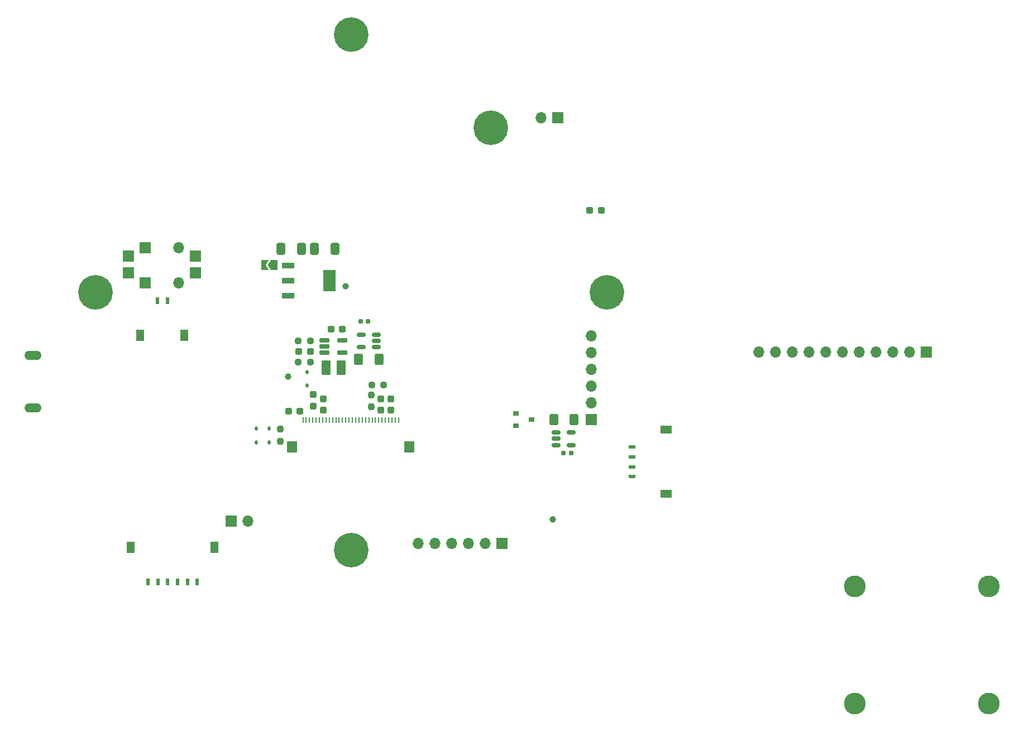
<source format=gbr>
%TF.GenerationSoftware,KiCad,Pcbnew,8.0.6-1.fc40*%
%TF.CreationDate,2024-10-27T15:38:32-04:00*%
%TF.ProjectId,payload_board,7061796c-6f61-4645-9f62-6f6172642e6b,rev?*%
%TF.SameCoordinates,Original*%
%TF.FileFunction,Soldermask,Bot*%
%TF.FilePolarity,Negative*%
%FSLAX46Y46*%
G04 Gerber Fmt 4.6, Leading zero omitted, Abs format (unit mm)*
G04 Created by KiCad (PCBNEW 8.0.6-1.fc40) date 2024-10-27 15:38:32*
%MOMM*%
%LPD*%
G01*
G04 APERTURE LIST*
G04 Aperture macros list*
%AMRoundRect*
0 Rectangle with rounded corners*
0 $1 Rounding radius*
0 $2 $3 $4 $5 $6 $7 $8 $9 X,Y pos of 4 corners*
0 Add a 4 corners polygon primitive as box body*
4,1,4,$2,$3,$4,$5,$6,$7,$8,$9,$2,$3,0*
0 Add four circle primitives for the rounded corners*
1,1,$1+$1,$2,$3*
1,1,$1+$1,$4,$5*
1,1,$1+$1,$6,$7*
1,1,$1+$1,$8,$9*
0 Add four rect primitives between the rounded corners*
20,1,$1+$1,$2,$3,$4,$5,0*
20,1,$1+$1,$4,$5,$6,$7,0*
20,1,$1+$1,$6,$7,$8,$9,0*
20,1,$1+$1,$8,$9,$2,$3,0*%
%AMFreePoly0*
4,1,6,1.000000,0.000000,0.500000,-0.750000,-0.500000,-0.750000,-0.500000,0.750000,0.500000,0.750000,1.000000,0.000000,1.000000,0.000000,$1*%
%AMFreePoly1*
4,1,6,0.500000,-0.750000,-0.650000,-0.750000,-0.150000,0.000000,-0.650000,0.750000,0.500000,0.750000,0.500000,-0.750000,0.500000,-0.750000,$1*%
G04 Aperture macros list end*
%ADD10R,1.700000X1.700000*%
%ADD11O,1.700000X1.700000*%
%ADD12C,5.250000*%
%ADD13C,3.301600*%
%ADD14O,2.568400X1.360400*%
%ADD15RoundRect,0.237500X0.237500X-0.250000X0.237500X0.250000X-0.237500X0.250000X-0.237500X-0.250000X0*%
%ADD16RoundRect,0.112500X-0.112500X0.187500X-0.112500X-0.187500X0.112500X-0.187500X0.112500X0.187500X0*%
%ADD17R,0.600000X1.000000*%
%ADD18R,1.250000X1.800000*%
%ADD19RoundRect,0.250000X-0.400000X-0.625000X0.400000X-0.625000X0.400000X0.625000X-0.400000X0.625000X0*%
%ADD20RoundRect,0.150000X-0.512500X-0.150000X0.512500X-0.150000X0.512500X0.150000X-0.512500X0.150000X0*%
%ADD21RoundRect,0.237500X-0.300000X-0.237500X0.300000X-0.237500X0.300000X0.237500X-0.300000X0.237500X0*%
%ADD22RoundRect,0.237500X0.250000X0.237500X-0.250000X0.237500X-0.250000X-0.237500X0.250000X-0.237500X0*%
%ADD23FreePoly0,180.000000*%
%ADD24FreePoly1,180.000000*%
%ADD25RoundRect,0.237500X-0.237500X0.300000X-0.237500X-0.300000X0.237500X-0.300000X0.237500X0.300000X0*%
%ADD26RoundRect,0.155000X-0.212500X-0.155000X0.212500X-0.155000X0.212500X0.155000X-0.212500X0.155000X0*%
%ADD27C,1.000000*%
%ADD28RoundRect,0.112500X0.112500X-0.187500X0.112500X0.187500X-0.112500X0.187500X-0.112500X-0.187500X0*%
%ADD29R,0.900000X0.800000*%
%ADD30RoundRect,0.250000X0.412500X0.650000X-0.412500X0.650000X-0.412500X-0.650000X0.412500X-0.650000X0*%
%ADD31R,1.524000X1.701800*%
%ADD32R,0.254000X0.812800*%
%ADD33RoundRect,0.150000X0.512500X0.150000X-0.512500X0.150000X-0.512500X-0.150000X0.512500X-0.150000X0*%
%ADD34R,1.000000X0.600000*%
%ADD35R,1.800000X1.250000*%
%ADD36RoundRect,0.237500X-0.250000X-0.237500X0.250000X-0.237500X0.250000X0.237500X-0.250000X0.237500X0*%
%ADD37RoundRect,0.237500X-0.237500X0.250000X-0.237500X-0.250000X0.237500X-0.250000X0.237500X0.250000X0*%
%ADD38R,1.850000X0.900000*%
%ADD39R,1.850000X3.200000*%
%ADD40RoundRect,0.237500X0.300000X0.237500X-0.300000X0.237500X-0.300000X-0.237500X0.300000X-0.237500X0*%
%ADD41RoundRect,0.162500X-0.617500X-0.162500X0.617500X-0.162500X0.617500X0.162500X-0.617500X0.162500X0*%
%ADD42RoundRect,0.250001X0.462499X0.849999X-0.462499X0.849999X-0.462499X-0.849999X0.462499X-0.849999X0*%
%ADD43RoundRect,0.250000X-0.412500X-0.650000X0.412500X-0.650000X0.412500X0.650000X-0.412500X0.650000X0*%
G04 APERTURE END LIST*
D10*
%TO.C,J5*%
X150170000Y-72050000D03*
D11*
X147630000Y-72050000D03*
X145090000Y-72050000D03*
X142550000Y-72050000D03*
X140010000Y-72050000D03*
X137470000Y-72050000D03*
X134930000Y-72050000D03*
X132390000Y-72050000D03*
X129850000Y-72050000D03*
X127310000Y-72050000D03*
X124770000Y-72050000D03*
%TD*%
D12*
%TO.C,*%
X101782992Y-62956243D03*
%TD*%
D13*
%TO.C,*%
X159661300Y-107620000D03*
%TD*%
D10*
%TO.C,J2*%
X99340000Y-82270000D03*
D11*
X99340000Y-79730000D03*
X99340000Y-77190000D03*
X99340000Y-74650000D03*
X99340000Y-72110000D03*
X99340000Y-69570000D03*
%TD*%
D10*
%TO.C,J15*%
X85852000Y-101092000D03*
D11*
X83312000Y-101092000D03*
X80772000Y-101092000D03*
X78232000Y-101092000D03*
X75692000Y-101092000D03*
X73152000Y-101092000D03*
%TD*%
D10*
%TO.C,J_Burn*%
X31705000Y-61540000D03*
X29165000Y-59980000D03*
X29165000Y-57440000D03*
X31705000Y-56170000D03*
D11*
X36785000Y-61540000D03*
D10*
X39325000Y-59980000D03*
X39325000Y-57440000D03*
D11*
X36785000Y-56170000D03*
%TD*%
D12*
%TO.C,*%
X84155749Y-37976859D03*
%TD*%
D10*
%TO.C,J12*%
X94275000Y-36500000D03*
D11*
X91735000Y-36500000D03*
%TD*%
D13*
%TO.C,*%
X139341300Y-107620000D03*
%TD*%
%TO.C,*%
X159661300Y-125400000D03*
%TD*%
D12*
%TO.C,*%
X24195000Y-63000000D03*
%TD*%
D10*
%TO.C,R9*%
X44750000Y-97725000D03*
D11*
X47290000Y-97725000D03*
%TD*%
D14*
%TO.C,J7*%
X14700000Y-72567500D03*
X14700000Y-80467500D03*
%TD*%
D12*
%TO.C,J2*%
X62988996Y-102081941D03*
%TD*%
D13*
%TO.C,*%
X139341300Y-125400000D03*
%TD*%
D15*
%TO.C,R19*%
X52250000Y-85575000D03*
X52250000Y-83750000D03*
%TD*%
D16*
%TO.C,D7*%
X50500000Y-83650000D03*
X50500000Y-85750000D03*
%TD*%
D17*
%TO.C,J8*%
X35095000Y-64270000D03*
X33595000Y-64270000D03*
D18*
X37700000Y-69460000D03*
X30990000Y-69460000D03*
%TD*%
D19*
%TO.C,R13*%
X64075600Y-73169796D03*
X67175600Y-73169796D03*
%TD*%
D20*
%TO.C,U4*%
X94082500Y-86142000D03*
X94082500Y-85192000D03*
X94082500Y-84242000D03*
X96357500Y-84242000D03*
X96357500Y-86142000D03*
%TD*%
D21*
%TO.C,C18*%
X99137500Y-50500000D03*
X100862500Y-50500000D03*
%TD*%
D22*
%TO.C,R18*%
X56775001Y-70350000D03*
X54950001Y-70350000D03*
%TD*%
D21*
%TO.C,C20*%
X53475000Y-81000000D03*
X55200000Y-81000000D03*
%TD*%
D19*
%TO.C,R14*%
X93670000Y-82321800D03*
X96770000Y-82321800D03*
%TD*%
D23*
%TO.C,J4*%
X51265000Y-58862500D03*
D24*
X49815000Y-58862500D03*
%TD*%
D25*
%TO.C,C23*%
X58750000Y-79137500D03*
X58750000Y-80862500D03*
%TD*%
D26*
%TO.C,C16*%
X64412500Y-67359201D03*
X65547500Y-67359201D03*
%TD*%
D27*
%TO.C,TGND3*%
X93580000Y-97440000D03*
%TD*%
D28*
%TO.C,D9*%
X56250001Y-77150000D03*
X56250001Y-75050000D03*
%TD*%
D29*
%TO.C,Q1*%
X87954000Y-83246000D03*
X87954000Y-81346000D03*
X90354000Y-82296000D03*
%TD*%
D30*
%TO.C,C13*%
X60512500Y-56372500D03*
X57387500Y-56372500D03*
%TD*%
D31*
%TO.C,U6*%
X53997300Y-86413200D03*
X71802700Y-86413200D03*
D32*
X70150001Y-82400000D03*
X69650002Y-82400000D03*
X69150000Y-82400000D03*
X68650001Y-82400000D03*
X68150000Y-82400000D03*
X67650001Y-82400000D03*
X67150002Y-82400000D03*
X66650000Y-82400000D03*
X66150001Y-82400000D03*
X65650000Y-82400000D03*
X65150001Y-82400000D03*
X64650002Y-82400000D03*
X64150000Y-82400000D03*
X63650001Y-82400000D03*
X63150002Y-82400000D03*
X62650000Y-82400000D03*
X62150002Y-82400000D03*
X61650000Y-82400000D03*
X61150001Y-82400000D03*
X60650002Y-82400000D03*
X60150000Y-82400000D03*
X59650001Y-82400000D03*
X59150000Y-82400000D03*
X58650001Y-82400000D03*
X58150002Y-82400000D03*
X57650000Y-82400000D03*
X57150001Y-82400000D03*
X56650000Y-82400000D03*
X56150001Y-82400000D03*
X55650002Y-82400000D03*
%TD*%
D33*
%TO.C,U3*%
X66794000Y-69390196D03*
X66794000Y-70340196D03*
X66794000Y-71290196D03*
X64519000Y-71290196D03*
X64519000Y-69390196D03*
%TD*%
D25*
%TO.C,C21*%
X57250000Y-78500000D03*
X57250000Y-80225000D03*
%TD*%
D34*
%TO.C,J3*%
X105570000Y-86440000D03*
X105570000Y-87940000D03*
X105570000Y-89439999D03*
X105570000Y-90940001D03*
D35*
X110760000Y-83835001D03*
X110760000Y-93545000D03*
%TD*%
D27*
%TO.C,T13V*%
X53400000Y-75800000D03*
%TD*%
D36*
%TO.C,R17*%
X54950001Y-73550000D03*
X56775001Y-73550000D03*
%TD*%
D37*
%TO.C,R15*%
X66000000Y-78525000D03*
X66000000Y-80350000D03*
%TD*%
D38*
%TO.C,IC2*%
X53442500Y-63502500D03*
X53442500Y-61202500D03*
X53442500Y-58902500D03*
D39*
X59642500Y-61202500D03*
%TD*%
D25*
%TO.C,C24*%
X69000000Y-79137500D03*
X69000000Y-80862500D03*
%TD*%
D21*
%TO.C,C25*%
X55050001Y-71950000D03*
X56775001Y-71950000D03*
%TD*%
D40*
%TO.C,C19*%
X61612501Y-68550000D03*
X59887501Y-68550000D03*
%TD*%
D26*
%TO.C,C17*%
X95162500Y-87376000D03*
X96297500Y-87376000D03*
%TD*%
D17*
%TO.C,J6*%
X32140348Y-106880001D03*
X33640348Y-106880001D03*
X35140347Y-106880001D03*
X36640349Y-106880001D03*
X38140349Y-106880001D03*
X39640348Y-106880001D03*
D18*
X29535349Y-101690001D03*
X42245347Y-101690001D03*
%TD*%
D25*
%TO.C,C22*%
X67500000Y-79137500D03*
X67500000Y-80862500D03*
%TD*%
D22*
%TO.C,R16*%
X67912500Y-77000000D03*
X66087500Y-77000000D03*
%TD*%
D12*
%TO.C,J5*%
X62988996Y-23896243D03*
%TD*%
D28*
%TO.C,D5*%
X48600000Y-85750000D03*
X48600000Y-83650000D03*
%TD*%
D41*
%TO.C,U5*%
X58950001Y-72150000D03*
X58950001Y-71200000D03*
X58950001Y-70250000D03*
X61650001Y-70250000D03*
X61650001Y-72150000D03*
%TD*%
D42*
%TO.C,L1*%
X61483001Y-74448000D03*
X59158001Y-74448000D03*
%TD*%
D27*
%TO.C,TREG3V3*%
X62140000Y-62020000D03*
%TD*%
D43*
%TO.C,C12*%
X52297500Y-56392500D03*
X55422500Y-56392500D03*
%TD*%
M02*

</source>
